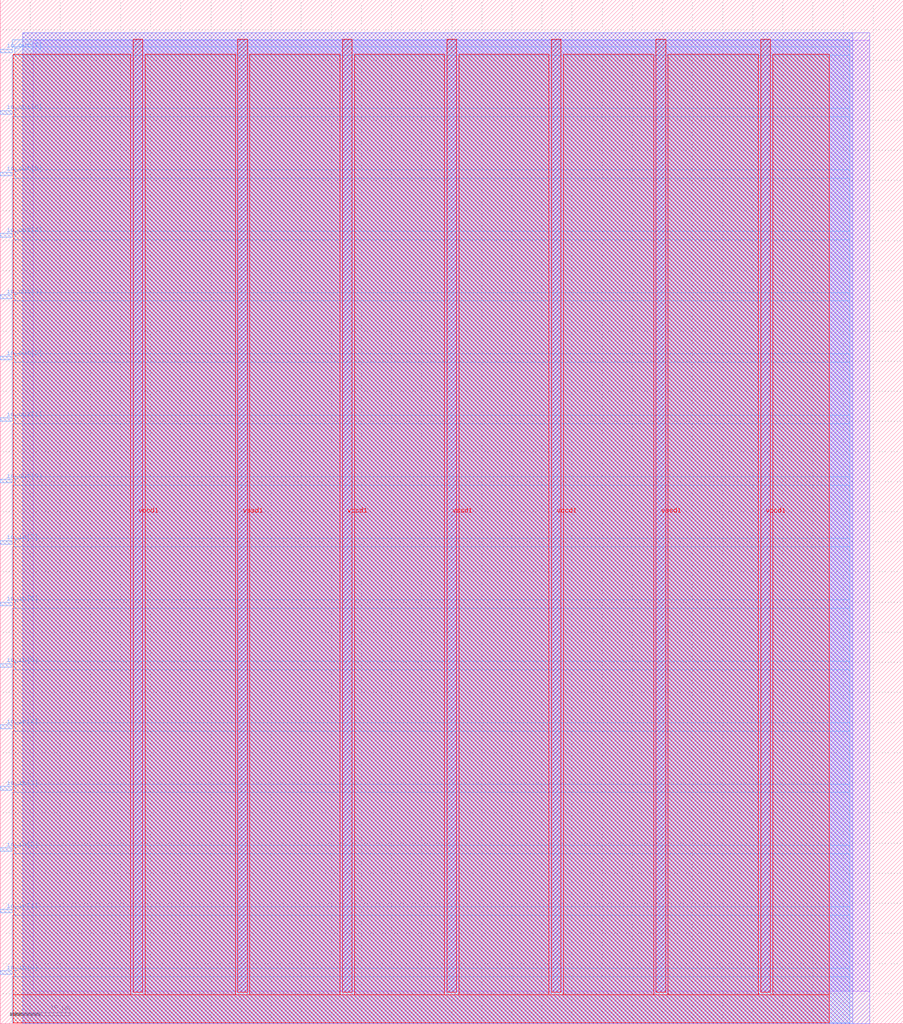
<source format=lef>
VERSION 5.7 ;
  NOWIREEXTENSIONATPIN ON ;
  DIVIDERCHAR "/" ;
  BUSBITCHARS "[]" ;
MACRO aramsey118_freq_counter
  CLASS BLOCK ;
  FOREIGN aramsey118_freq_counter ;
  ORIGIN 0.000 0.000 ;
  SIZE 150.000 BY 170.000 ;
  PIN io_in[0]
    DIRECTION INPUT ;
    USE SIGNAL ;
    PORT
      LAYER met3 ;
        RECT 0.000 8.200 2.000 8.800 ;
    END
  END io_in[0]
  PIN io_in[1]
    DIRECTION INPUT ;
    USE SIGNAL ;
    PORT
      LAYER met3 ;
        RECT 0.000 18.400 2.000 19.000 ;
    END
  END io_in[1]
  PIN io_in[2]
    DIRECTION INPUT ;
    USE SIGNAL ;
    PORT
      LAYER met3 ;
        RECT 0.000 28.600 2.000 29.200 ;
    END
  END io_in[2]
  PIN io_in[3]
    DIRECTION INPUT ;
    USE SIGNAL ;
    PORT
      LAYER met3 ;
        RECT 0.000 38.800 2.000 39.400 ;
    END
  END io_in[3]
  PIN io_in[4]
    DIRECTION INPUT ;
    USE SIGNAL ;
    PORT
      LAYER met3 ;
        RECT 0.000 49.000 2.000 49.600 ;
    END
  END io_in[4]
  PIN io_in[5]
    DIRECTION INPUT ;
    USE SIGNAL ;
    PORT
      LAYER met3 ;
        RECT 0.000 59.200 2.000 59.800 ;
    END
  END io_in[5]
  PIN io_in[6]
    DIRECTION INPUT ;
    USE SIGNAL ;
    PORT
      LAYER met3 ;
        RECT 0.000 69.400 2.000 70.000 ;
    END
  END io_in[6]
  PIN io_in[7]
    DIRECTION INPUT ;
    USE SIGNAL ;
    PORT
      LAYER met3 ;
        RECT 0.000 79.600 2.000 80.200 ;
    END
  END io_in[7]
  PIN io_out[0]
    DIRECTION OUTPUT TRISTATE ;
    USE SIGNAL ;
    PORT
      LAYER met3 ;
        RECT 0.000 89.800 2.000 90.400 ;
    END
  END io_out[0]
  PIN io_out[1]
    DIRECTION OUTPUT TRISTATE ;
    USE SIGNAL ;
    PORT
      LAYER met3 ;
        RECT 0.000 100.000 2.000 100.600 ;
    END
  END io_out[1]
  PIN io_out[2]
    DIRECTION OUTPUT TRISTATE ;
    USE SIGNAL ;
    PORT
      LAYER met3 ;
        RECT 0.000 110.200 2.000 110.800 ;
    END
  END io_out[2]
  PIN io_out[3]
    DIRECTION OUTPUT TRISTATE ;
    USE SIGNAL ;
    PORT
      LAYER met3 ;
        RECT 0.000 120.400 2.000 121.000 ;
    END
  END io_out[3]
  PIN io_out[4]
    DIRECTION OUTPUT TRISTATE ;
    USE SIGNAL ;
    PORT
      LAYER met3 ;
        RECT 0.000 130.600 2.000 131.200 ;
    END
  END io_out[4]
  PIN io_out[5]
    DIRECTION OUTPUT TRISTATE ;
    USE SIGNAL ;
    PORT
      LAYER met3 ;
        RECT 0.000 140.800 2.000 141.400 ;
    END
  END io_out[5]
  PIN io_out[6]
    DIRECTION OUTPUT TRISTATE ;
    USE SIGNAL ;
    PORT
      LAYER met3 ;
        RECT 0.000 151.000 2.000 151.600 ;
    END
  END io_out[6]
  PIN io_out[7]
    DIRECTION OUTPUT TRISTATE ;
    USE SIGNAL ;
    PORT
      LAYER met3 ;
        RECT 0.000 161.200 2.000 161.800 ;
    END
  END io_out[7]
  PIN vccd1
    DIRECTION INOUT ;
    USE POWER ;
    PORT
      LAYER met4 ;
        RECT 22.090 5.200 23.690 163.440 ;
    END
    PORT
      LAYER met4 ;
        RECT 56.830 5.200 58.430 163.440 ;
    END
    PORT
      LAYER met4 ;
        RECT 91.570 5.200 93.170 163.440 ;
    END
    PORT
      LAYER met4 ;
        RECT 126.310 5.200 127.910 163.440 ;
    END
  END vccd1
  PIN vssd1
    DIRECTION INOUT ;
    USE GROUND ;
    PORT
      LAYER met4 ;
        RECT 39.460 5.200 41.060 163.440 ;
    END
    PORT
      LAYER met4 ;
        RECT 74.200 5.200 75.800 163.440 ;
    END
    PORT
      LAYER met4 ;
        RECT 108.940 5.200 110.540 163.440 ;
    END
  END vssd1
  OBS
      LAYER li1 ;
        RECT 5.520 5.355 144.440 163.285 ;
      LAYER met1 ;
        RECT 3.750 0.040 144.440 164.520 ;
      LAYER met2 ;
        RECT 3.770 0.010 141.580 164.550 ;
      LAYER met3 ;
        RECT 2.000 162.200 141.155 163.365 ;
        RECT 2.400 160.800 141.155 162.200 ;
        RECT 2.000 152.000 141.155 160.800 ;
        RECT 2.400 150.600 141.155 152.000 ;
        RECT 2.000 141.800 141.155 150.600 ;
        RECT 2.400 140.400 141.155 141.800 ;
        RECT 2.000 131.600 141.155 140.400 ;
        RECT 2.400 130.200 141.155 131.600 ;
        RECT 2.000 121.400 141.155 130.200 ;
        RECT 2.400 120.000 141.155 121.400 ;
        RECT 2.000 111.200 141.155 120.000 ;
        RECT 2.400 109.800 141.155 111.200 ;
        RECT 2.000 101.000 141.155 109.800 ;
        RECT 2.400 99.600 141.155 101.000 ;
        RECT 2.000 90.800 141.155 99.600 ;
        RECT 2.400 89.400 141.155 90.800 ;
        RECT 2.000 80.600 141.155 89.400 ;
        RECT 2.400 79.200 141.155 80.600 ;
        RECT 2.000 70.400 141.155 79.200 ;
        RECT 2.400 69.000 141.155 70.400 ;
        RECT 2.000 60.200 141.155 69.000 ;
        RECT 2.400 58.800 141.155 60.200 ;
        RECT 2.000 50.000 141.155 58.800 ;
        RECT 2.400 48.600 141.155 50.000 ;
        RECT 2.000 39.800 141.155 48.600 ;
        RECT 2.400 38.400 141.155 39.800 ;
        RECT 2.000 29.600 141.155 38.400 ;
        RECT 2.400 28.200 141.155 29.600 ;
        RECT 2.000 19.400 141.155 28.200 ;
        RECT 2.400 18.000 141.155 19.400 ;
        RECT 2.000 9.200 141.155 18.000 ;
        RECT 2.400 7.800 141.155 9.200 ;
        RECT 2.000 0.175 141.155 7.800 ;
      LAYER met4 ;
        RECT 2.135 4.800 21.690 160.985 ;
        RECT 24.090 4.800 39.060 160.985 ;
        RECT 41.460 4.800 56.430 160.985 ;
        RECT 58.830 4.800 73.800 160.985 ;
        RECT 76.200 4.800 91.170 160.985 ;
        RECT 93.570 4.800 108.540 160.985 ;
        RECT 110.940 4.800 125.910 160.985 ;
        RECT 128.310 4.800 137.705 160.985 ;
        RECT 2.135 0.175 137.705 4.800 ;
  END
END aramsey118_freq_counter
END LIBRARY


</source>
